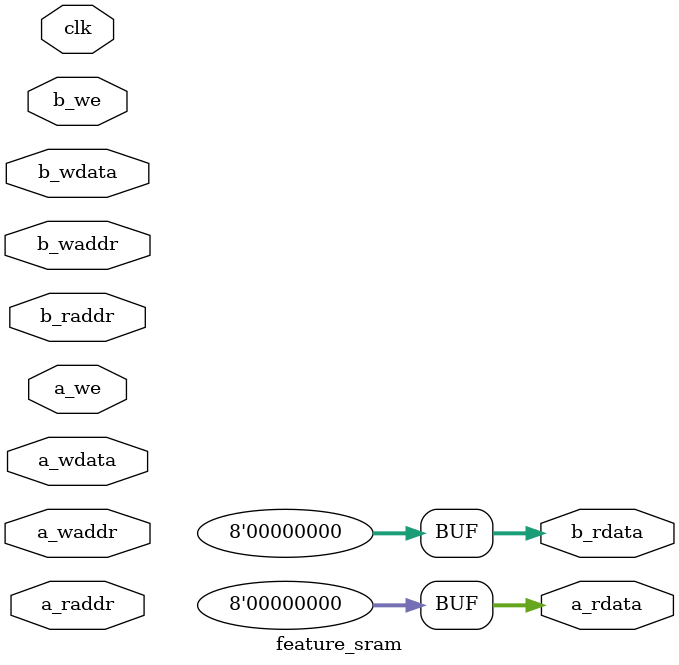
<source format=sv>

module feature_sram #(
    parameter DEPTH  = 12000,
    parameter DATA_W = 8,
    parameter ADDR_W = 14
)(
    input  wire              clk,

    // Bank A
    input  wire              a_we,
    input  wire [ADDR_W-1:0] a_waddr,
    input  wire [DATA_W-1:0] a_wdata,
    input  wire [ADDR_W-1:0] a_raddr,
    output wire [DATA_W-1:0] a_rdata,

    // Bank B
    input  wire              b_we,
    input  wire [ADDR_W-1:0] b_waddr,
    input  wire [DATA_W-1:0] b_wdata,
    input  wire [ADDR_W-1:0] b_raddr,
    output wire [DATA_W-1:0] b_rdata
);

    // TODO: Replace with GF180 SRAM macro instantiation
    //
    // gf180mcu_fd_ip_sram__sram512x8m8wm1 u_bank_a (
    //     .CLK  (clk),
    //     .CEN  (1'b0),
    //     .WEN  (~a_we),
    //     .A    (a_addr),     // mux between a_waddr and a_raddr based on a_we
    //     .D    (a_wdata),
    //     .Q    (a_rdata)
    // );
    //
    // NOTE: 12,000 entries requires cascaded macros.
    // If using single-port macros, the controller must ensure
    // read and write never occur on the same bank in the same cycle.
    // The current FSM design guarantees this since COMPUTE only reads
    // and WRITE_OFMAP only writes — they are separate FSM states.

    assign a_rdata = 8'h00; // placeholder
    assign b_rdata = 8'h00; // placeholder

endmodule
</source>
